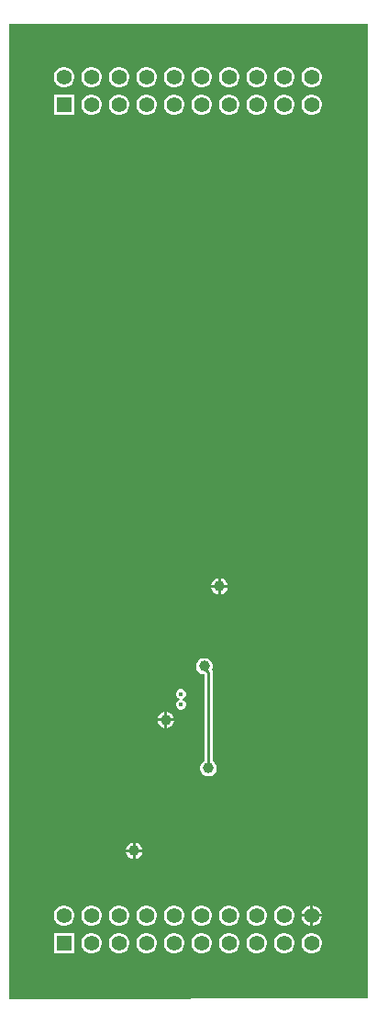
<source format=gbr>
%TF.GenerationSoftware,Altium Limited,Altium Designer,23.4.1 (23)*%
G04 Layer_Physical_Order=2*
G04 Layer_Color=16711680*
%FSLAX45Y45*%
%MOMM*%
%TF.SameCoordinates,B91EE142-B30E-402A-A340-A1283DCE037E*%
%TF.FilePolarity,Positive*%
%TF.FileFunction,Copper,L2,Bot,Signal*%
%TF.Part,Single*%
G01*
G75*
%TA.AperFunction,Conductor*%
%ADD15C,0.25400*%
%TA.AperFunction,ComponentPad*%
%ADD16C,1.39000*%
%ADD17R,1.39000X1.39000*%
%ADD18C,0.40000*%
%TA.AperFunction,TestPad*%
%ADD19C,1.00000*%
G36*
X3314700Y0D02*
X8998Y-12665D01*
X0Y-3702D01*
Y8978900D01*
X3314700D01*
Y0D01*
D02*
G37*
%LPC*%
G36*
X2806494Y8586900D02*
X2781506D01*
X2757370Y8580433D01*
X2735730Y8567939D01*
X2718061Y8550270D01*
X2705567Y8528630D01*
X2699100Y8504494D01*
Y8479506D01*
X2705567Y8455370D01*
X2718061Y8433730D01*
X2735730Y8416061D01*
X2757370Y8403567D01*
X2781506Y8397100D01*
X2806494D01*
X2830630Y8403567D01*
X2852270Y8416061D01*
X2869939Y8433730D01*
X2882433Y8455370D01*
X2888900Y8479506D01*
Y8504494D01*
X2882433Y8528630D01*
X2869939Y8550270D01*
X2852270Y8567939D01*
X2830630Y8580433D01*
X2806494Y8586900D01*
D02*
G37*
G36*
X2552494D02*
X2527506D01*
X2503370Y8580433D01*
X2481730Y8567939D01*
X2464061Y8550270D01*
X2451567Y8528630D01*
X2445100Y8504494D01*
Y8479506D01*
X2451567Y8455370D01*
X2464061Y8433730D01*
X2481730Y8416061D01*
X2503370Y8403567D01*
X2527506Y8397100D01*
X2552494D01*
X2576630Y8403567D01*
X2598270Y8416061D01*
X2615939Y8433730D01*
X2628433Y8455370D01*
X2634900Y8479506D01*
Y8504494D01*
X2628433Y8528630D01*
X2615939Y8550270D01*
X2598270Y8567939D01*
X2576630Y8580433D01*
X2552494Y8586900D01*
D02*
G37*
G36*
X2298494D02*
X2273506D01*
X2249370Y8580433D01*
X2227730Y8567939D01*
X2210061Y8550270D01*
X2197567Y8528630D01*
X2191100Y8504494D01*
Y8479506D01*
X2197567Y8455370D01*
X2210061Y8433730D01*
X2227730Y8416061D01*
X2249370Y8403567D01*
X2273506Y8397100D01*
X2298494D01*
X2322630Y8403567D01*
X2344270Y8416061D01*
X2361939Y8433730D01*
X2374433Y8455370D01*
X2380900Y8479506D01*
Y8504494D01*
X2374433Y8528630D01*
X2361939Y8550270D01*
X2344270Y8567939D01*
X2322630Y8580433D01*
X2298494Y8586900D01*
D02*
G37*
G36*
X2044494D02*
X2019506D01*
X1995370Y8580433D01*
X1973730Y8567939D01*
X1956061Y8550270D01*
X1943567Y8528630D01*
X1937100Y8504494D01*
Y8479506D01*
X1943567Y8455370D01*
X1956061Y8433730D01*
X1973730Y8416061D01*
X1995370Y8403567D01*
X2019506Y8397100D01*
X2044494D01*
X2068630Y8403567D01*
X2090270Y8416061D01*
X2107939Y8433730D01*
X2120433Y8455370D01*
X2126900Y8479506D01*
Y8504494D01*
X2120433Y8528630D01*
X2107939Y8550270D01*
X2090270Y8567939D01*
X2068630Y8580433D01*
X2044494Y8586900D01*
D02*
G37*
G36*
X1790494D02*
X1765506D01*
X1741370Y8580433D01*
X1719730Y8567939D01*
X1702061Y8550270D01*
X1689567Y8528630D01*
X1683100Y8504494D01*
Y8479506D01*
X1689567Y8455370D01*
X1702061Y8433730D01*
X1719730Y8416061D01*
X1741370Y8403567D01*
X1765506Y8397100D01*
X1790494D01*
X1814630Y8403567D01*
X1836270Y8416061D01*
X1853939Y8433730D01*
X1866433Y8455370D01*
X1872900Y8479506D01*
Y8504494D01*
X1866433Y8528630D01*
X1853939Y8550270D01*
X1836270Y8567939D01*
X1814630Y8580433D01*
X1790494Y8586900D01*
D02*
G37*
G36*
X1536494D02*
X1511506D01*
X1487370Y8580433D01*
X1465730Y8567939D01*
X1448061Y8550270D01*
X1435567Y8528630D01*
X1429100Y8504494D01*
Y8479506D01*
X1435567Y8455370D01*
X1448061Y8433730D01*
X1465730Y8416061D01*
X1487370Y8403567D01*
X1511506Y8397100D01*
X1536494D01*
X1560630Y8403567D01*
X1582270Y8416061D01*
X1599939Y8433730D01*
X1612433Y8455370D01*
X1618900Y8479506D01*
Y8504494D01*
X1612433Y8528630D01*
X1599939Y8550270D01*
X1582270Y8567939D01*
X1560630Y8580433D01*
X1536494Y8586900D01*
D02*
G37*
G36*
X1282494D02*
X1257506D01*
X1233370Y8580433D01*
X1211730Y8567939D01*
X1194061Y8550270D01*
X1181567Y8528630D01*
X1175100Y8504494D01*
Y8479506D01*
X1181567Y8455370D01*
X1194061Y8433730D01*
X1211730Y8416061D01*
X1233370Y8403567D01*
X1257506Y8397100D01*
X1282494D01*
X1306630Y8403567D01*
X1328270Y8416061D01*
X1345939Y8433730D01*
X1358433Y8455370D01*
X1364900Y8479506D01*
Y8504494D01*
X1358433Y8528630D01*
X1345939Y8550270D01*
X1328270Y8567939D01*
X1306630Y8580433D01*
X1282494Y8586900D01*
D02*
G37*
G36*
X1028494D02*
X1003506D01*
X979370Y8580433D01*
X957730Y8567939D01*
X940061Y8550270D01*
X927567Y8528630D01*
X921100Y8504494D01*
Y8479506D01*
X927567Y8455370D01*
X940061Y8433730D01*
X957730Y8416061D01*
X979370Y8403567D01*
X1003506Y8397100D01*
X1028494D01*
X1052630Y8403567D01*
X1074270Y8416061D01*
X1091939Y8433730D01*
X1104433Y8455370D01*
X1110900Y8479506D01*
Y8504494D01*
X1104433Y8528630D01*
X1091939Y8550270D01*
X1074270Y8567939D01*
X1052630Y8580433D01*
X1028494Y8586900D01*
D02*
G37*
G36*
X774494D02*
X749506D01*
X725370Y8580433D01*
X703730Y8567939D01*
X686061Y8550270D01*
X673567Y8528630D01*
X667100Y8504494D01*
Y8479506D01*
X673567Y8455370D01*
X686061Y8433730D01*
X703730Y8416061D01*
X725370Y8403567D01*
X749506Y8397100D01*
X774494D01*
X798630Y8403567D01*
X820270Y8416061D01*
X837939Y8433730D01*
X850433Y8455370D01*
X856900Y8479506D01*
Y8504494D01*
X850433Y8528630D01*
X837939Y8550270D01*
X820270Y8567939D01*
X798630Y8580433D01*
X774494Y8586900D01*
D02*
G37*
G36*
X520494D02*
X495506D01*
X471370Y8580433D01*
X449730Y8567939D01*
X432061Y8550270D01*
X419567Y8528630D01*
X413100Y8504494D01*
Y8479506D01*
X419567Y8455370D01*
X432061Y8433730D01*
X449730Y8416061D01*
X471370Y8403567D01*
X495506Y8397100D01*
X520494D01*
X544630Y8403567D01*
X566270Y8416061D01*
X583939Y8433730D01*
X596433Y8455370D01*
X602900Y8479506D01*
Y8504494D01*
X596433Y8528630D01*
X583939Y8550270D01*
X566270Y8567939D01*
X544630Y8580433D01*
X520494Y8586900D01*
D02*
G37*
G36*
X2806494Y8332900D02*
X2781506D01*
X2757370Y8326433D01*
X2735730Y8313939D01*
X2718061Y8296270D01*
X2705567Y8274630D01*
X2699100Y8250494D01*
Y8225506D01*
X2705567Y8201370D01*
X2718061Y8179730D01*
X2735730Y8162061D01*
X2757370Y8149567D01*
X2781506Y8143100D01*
X2806494D01*
X2830630Y8149567D01*
X2852270Y8162061D01*
X2869939Y8179730D01*
X2882433Y8201370D01*
X2888900Y8225506D01*
Y8250494D01*
X2882433Y8274630D01*
X2869939Y8296270D01*
X2852270Y8313939D01*
X2830630Y8326433D01*
X2806494Y8332900D01*
D02*
G37*
G36*
X2552494D02*
X2527506D01*
X2503370Y8326433D01*
X2481730Y8313939D01*
X2464061Y8296270D01*
X2451567Y8274630D01*
X2445100Y8250494D01*
Y8225506D01*
X2451567Y8201370D01*
X2464061Y8179730D01*
X2481730Y8162061D01*
X2503370Y8149567D01*
X2527506Y8143100D01*
X2552494D01*
X2576630Y8149567D01*
X2598270Y8162061D01*
X2615939Y8179730D01*
X2628433Y8201370D01*
X2634900Y8225506D01*
Y8250494D01*
X2628433Y8274630D01*
X2615939Y8296270D01*
X2598270Y8313939D01*
X2576630Y8326433D01*
X2552494Y8332900D01*
D02*
G37*
G36*
X2298494D02*
X2273506D01*
X2249370Y8326433D01*
X2227730Y8313939D01*
X2210061Y8296270D01*
X2197567Y8274630D01*
X2191100Y8250494D01*
Y8225506D01*
X2197567Y8201370D01*
X2210061Y8179730D01*
X2227730Y8162061D01*
X2249370Y8149567D01*
X2273506Y8143100D01*
X2298494D01*
X2322630Y8149567D01*
X2344270Y8162061D01*
X2361939Y8179730D01*
X2374433Y8201370D01*
X2380900Y8225506D01*
Y8250494D01*
X2374433Y8274630D01*
X2361939Y8296270D01*
X2344270Y8313939D01*
X2322630Y8326433D01*
X2298494Y8332900D01*
D02*
G37*
G36*
X2044494D02*
X2019506D01*
X1995370Y8326433D01*
X1973730Y8313939D01*
X1956061Y8296270D01*
X1943567Y8274630D01*
X1937100Y8250494D01*
Y8225506D01*
X1943567Y8201370D01*
X1956061Y8179730D01*
X1973730Y8162061D01*
X1995370Y8149567D01*
X2019506Y8143100D01*
X2044494D01*
X2068630Y8149567D01*
X2090270Y8162061D01*
X2107939Y8179730D01*
X2120433Y8201370D01*
X2126900Y8225506D01*
Y8250494D01*
X2120433Y8274630D01*
X2107939Y8296270D01*
X2090270Y8313939D01*
X2068630Y8326433D01*
X2044494Y8332900D01*
D02*
G37*
G36*
X1790494D02*
X1765506D01*
X1741370Y8326433D01*
X1719730Y8313939D01*
X1702061Y8296270D01*
X1689567Y8274630D01*
X1683100Y8250494D01*
Y8225506D01*
X1689567Y8201370D01*
X1702061Y8179730D01*
X1719730Y8162061D01*
X1741370Y8149567D01*
X1765506Y8143100D01*
X1790494D01*
X1814630Y8149567D01*
X1836270Y8162061D01*
X1853939Y8179730D01*
X1866433Y8201370D01*
X1872900Y8225506D01*
Y8250494D01*
X1866433Y8274630D01*
X1853939Y8296270D01*
X1836270Y8313939D01*
X1814630Y8326433D01*
X1790494Y8332900D01*
D02*
G37*
G36*
X1536494D02*
X1511506D01*
X1487370Y8326433D01*
X1465730Y8313939D01*
X1448061Y8296270D01*
X1435567Y8274630D01*
X1429100Y8250494D01*
Y8225506D01*
X1435567Y8201370D01*
X1448061Y8179730D01*
X1465730Y8162061D01*
X1487370Y8149567D01*
X1511506Y8143100D01*
X1536494D01*
X1560630Y8149567D01*
X1582270Y8162061D01*
X1599939Y8179730D01*
X1612433Y8201370D01*
X1618900Y8225506D01*
Y8250494D01*
X1612433Y8274630D01*
X1599939Y8296270D01*
X1582270Y8313939D01*
X1560630Y8326433D01*
X1536494Y8332900D01*
D02*
G37*
G36*
X1282494D02*
X1257506D01*
X1233370Y8326433D01*
X1211730Y8313939D01*
X1194061Y8296270D01*
X1181567Y8274630D01*
X1175100Y8250494D01*
Y8225506D01*
X1181567Y8201370D01*
X1194061Y8179730D01*
X1211730Y8162061D01*
X1233370Y8149567D01*
X1257506Y8143100D01*
X1282494D01*
X1306630Y8149567D01*
X1328270Y8162061D01*
X1345939Y8179730D01*
X1358433Y8201370D01*
X1364900Y8225506D01*
Y8250494D01*
X1358433Y8274630D01*
X1345939Y8296270D01*
X1328270Y8313939D01*
X1306630Y8326433D01*
X1282494Y8332900D01*
D02*
G37*
G36*
X1028494D02*
X1003506D01*
X979370Y8326433D01*
X957730Y8313939D01*
X940061Y8296270D01*
X927567Y8274630D01*
X921100Y8250494D01*
Y8225506D01*
X927567Y8201370D01*
X940061Y8179730D01*
X957730Y8162061D01*
X979370Y8149567D01*
X1003506Y8143100D01*
X1028494D01*
X1052630Y8149567D01*
X1074270Y8162061D01*
X1091939Y8179730D01*
X1104433Y8201370D01*
X1110900Y8225506D01*
Y8250494D01*
X1104433Y8274630D01*
X1091939Y8296270D01*
X1074270Y8313939D01*
X1052630Y8326433D01*
X1028494Y8332900D01*
D02*
G37*
G36*
X774494D02*
X749506D01*
X725370Y8326433D01*
X703730Y8313939D01*
X686061Y8296270D01*
X673567Y8274630D01*
X667100Y8250494D01*
Y8225506D01*
X673567Y8201370D01*
X686061Y8179730D01*
X703730Y8162061D01*
X725370Y8149567D01*
X749506Y8143100D01*
X774494D01*
X798630Y8149567D01*
X820270Y8162061D01*
X837939Y8179730D01*
X850433Y8201370D01*
X856900Y8225506D01*
Y8250494D01*
X850433Y8274630D01*
X837939Y8296270D01*
X820270Y8313939D01*
X798630Y8326433D01*
X774494Y8332900D01*
D02*
G37*
G36*
X602900D02*
X413100D01*
Y8143100D01*
X602900D01*
Y8332900D01*
D02*
G37*
G36*
X1955800Y3871957D02*
Y3810000D01*
X2017757D01*
X2013362Y3826403D01*
X2003435Y3843597D01*
X1989397Y3857635D01*
X1972203Y3867562D01*
X1955800Y3871957D01*
D02*
G37*
G36*
X1930400D02*
X1913997Y3867562D01*
X1896803Y3857635D01*
X1882765Y3843597D01*
X1872838Y3826403D01*
X1868443Y3810000D01*
X1930400D01*
Y3871957D01*
D02*
G37*
G36*
X2017757Y3784600D02*
X1955800D01*
Y3722643D01*
X1972203Y3727038D01*
X1989397Y3736965D01*
X2003435Y3751003D01*
X2013362Y3768197D01*
X2017757Y3784600D01*
D02*
G37*
G36*
X1930400D02*
X1868443D01*
X1872838Y3768197D01*
X1882765Y3751003D01*
X1896803Y3736965D01*
X1913997Y3727038D01*
X1930400Y3722643D01*
Y3784600D01*
D02*
G37*
G36*
X1596531Y2851300D02*
X1578469D01*
X1561783Y2844388D01*
X1549012Y2831617D01*
X1542100Y2814931D01*
Y2796869D01*
X1549012Y2780183D01*
X1561783Y2767412D01*
X1572981Y2762773D01*
Y2749027D01*
X1561783Y2744388D01*
X1549012Y2731617D01*
X1542100Y2714931D01*
Y2696869D01*
X1549012Y2680183D01*
X1561783Y2667412D01*
X1578469Y2660500D01*
X1596531D01*
X1613217Y2667412D01*
X1625988Y2680183D01*
X1632900Y2696869D01*
Y2714931D01*
X1625988Y2731617D01*
X1613217Y2744388D01*
X1602019Y2749027D01*
Y2762773D01*
X1613217Y2767412D01*
X1625988Y2780183D01*
X1632900Y2796869D01*
Y2814931D01*
X1625988Y2831617D01*
X1613217Y2844388D01*
X1596531Y2851300D01*
D02*
G37*
G36*
X1460500Y2640057D02*
Y2578100D01*
X1522457D01*
X1518062Y2594503D01*
X1508135Y2611697D01*
X1494097Y2625735D01*
X1476903Y2635662D01*
X1460500Y2640057D01*
D02*
G37*
G36*
X1435100D02*
X1418697Y2635662D01*
X1401503Y2625735D01*
X1387465Y2611697D01*
X1377538Y2594503D01*
X1373143Y2578100D01*
X1435100D01*
Y2640057D01*
D02*
G37*
G36*
X1522457Y2552700D02*
X1460500D01*
Y2490743D01*
X1476903Y2495138D01*
X1494097Y2505065D01*
X1508135Y2519103D01*
X1518062Y2536297D01*
X1522457Y2552700D01*
D02*
G37*
G36*
X1435100D02*
X1373143D01*
X1377538Y2536297D01*
X1387465Y2519103D01*
X1401503Y2505065D01*
X1418697Y2495138D01*
X1435100Y2490743D01*
Y2552700D01*
D02*
G37*
G36*
X1813327Y3136100D02*
X1793473D01*
X1774297Y3130962D01*
X1757103Y3121035D01*
X1743065Y3106997D01*
X1733138Y3089803D01*
X1728000Y3070627D01*
Y3050773D01*
X1733138Y3031597D01*
X1743065Y3014403D01*
X1757103Y3000365D01*
X1774297Y2990438D01*
X1793473Y2985300D01*
X1802653D01*
Y2185536D01*
X1795203Y2181235D01*
X1781165Y2167197D01*
X1771238Y2150003D01*
X1766100Y2130827D01*
Y2110973D01*
X1771238Y2091797D01*
X1781165Y2074603D01*
X1795203Y2060565D01*
X1812397Y2050638D01*
X1831573Y2045500D01*
X1851427D01*
X1870603Y2050638D01*
X1887797Y2060565D01*
X1901835Y2074603D01*
X1911762Y2091797D01*
X1916900Y2110973D01*
Y2130827D01*
X1911762Y2150003D01*
X1901835Y2167197D01*
X1887797Y2181235D01*
X1880347Y2185536D01*
Y3002413D01*
X1877389Y3017279D01*
X1870955Y3026909D01*
X1873662Y3031597D01*
X1878800Y3050773D01*
Y3070627D01*
X1873662Y3089803D01*
X1863735Y3106997D01*
X1849697Y3121035D01*
X1832503Y3130962D01*
X1813327Y3136100D01*
D02*
G37*
G36*
X1168400Y1433557D02*
Y1371600D01*
X1230357D01*
X1225962Y1388003D01*
X1216035Y1405197D01*
X1201997Y1419235D01*
X1184803Y1429162D01*
X1168400Y1433557D01*
D02*
G37*
G36*
X1143000D02*
X1126597Y1429162D01*
X1109403Y1419235D01*
X1095365Y1405197D01*
X1085438Y1388003D01*
X1081043Y1371600D01*
X1143000D01*
Y1433557D01*
D02*
G37*
G36*
X1230357Y1346200D02*
X1168400D01*
Y1284243D01*
X1184803Y1288638D01*
X1201997Y1298565D01*
X1216035Y1312603D01*
X1225962Y1329797D01*
X1230357Y1346200D01*
D02*
G37*
G36*
X1143000D02*
X1081043D01*
X1085438Y1329797D01*
X1095365Y1312603D01*
X1109403Y1298565D01*
X1126597Y1288638D01*
X1143000Y1284243D01*
Y1346200D01*
D02*
G37*
G36*
X2806700Y856845D02*
Y774700D01*
X2888845D01*
X2882433Y798630D01*
X2869939Y820270D01*
X2852270Y837939D01*
X2830630Y850433D01*
X2806700Y856845D01*
D02*
G37*
G36*
X2781300D02*
X2757370Y850433D01*
X2735730Y837939D01*
X2718061Y820270D01*
X2705567Y798630D01*
X2699155Y774700D01*
X2781300D01*
Y856845D01*
D02*
G37*
G36*
X2888845Y749300D02*
X2806700D01*
Y667155D01*
X2830630Y673567D01*
X2852270Y686061D01*
X2869939Y703730D01*
X2882433Y725370D01*
X2888845Y749300D01*
D02*
G37*
G36*
X2781300D02*
X2699155D01*
X2705567Y725370D01*
X2718061Y703730D01*
X2735730Y686061D01*
X2757370Y673567D01*
X2781300Y667155D01*
Y749300D01*
D02*
G37*
G36*
X2552494Y856900D02*
X2527506D01*
X2503370Y850433D01*
X2481730Y837939D01*
X2464061Y820270D01*
X2451567Y798630D01*
X2445100Y774494D01*
Y749506D01*
X2451567Y725370D01*
X2464061Y703730D01*
X2481730Y686061D01*
X2503370Y673567D01*
X2527506Y667100D01*
X2552494D01*
X2576630Y673567D01*
X2598270Y686061D01*
X2615939Y703730D01*
X2628433Y725370D01*
X2634900Y749506D01*
Y774494D01*
X2628433Y798630D01*
X2615939Y820270D01*
X2598270Y837939D01*
X2576630Y850433D01*
X2552494Y856900D01*
D02*
G37*
G36*
X2298494D02*
X2273506D01*
X2249370Y850433D01*
X2227730Y837939D01*
X2210061Y820270D01*
X2197567Y798630D01*
X2191100Y774494D01*
Y749506D01*
X2197567Y725370D01*
X2210061Y703730D01*
X2227730Y686061D01*
X2249370Y673567D01*
X2273506Y667100D01*
X2298494D01*
X2322630Y673567D01*
X2344270Y686061D01*
X2361939Y703730D01*
X2374433Y725370D01*
X2380900Y749506D01*
Y774494D01*
X2374433Y798630D01*
X2361939Y820270D01*
X2344270Y837939D01*
X2322630Y850433D01*
X2298494Y856900D01*
D02*
G37*
G36*
X2044494D02*
X2019506D01*
X1995370Y850433D01*
X1973730Y837939D01*
X1956061Y820270D01*
X1943567Y798630D01*
X1937100Y774494D01*
Y749506D01*
X1943567Y725370D01*
X1956061Y703730D01*
X1973730Y686061D01*
X1995370Y673567D01*
X2019506Y667100D01*
X2044494D01*
X2068630Y673567D01*
X2090270Y686061D01*
X2107939Y703730D01*
X2120433Y725370D01*
X2126900Y749506D01*
Y774494D01*
X2120433Y798630D01*
X2107939Y820270D01*
X2090270Y837939D01*
X2068630Y850433D01*
X2044494Y856900D01*
D02*
G37*
G36*
X1790494D02*
X1765506D01*
X1741370Y850433D01*
X1719730Y837939D01*
X1702061Y820270D01*
X1689567Y798630D01*
X1683100Y774494D01*
Y749506D01*
X1689567Y725370D01*
X1702061Y703730D01*
X1719730Y686061D01*
X1741370Y673567D01*
X1765506Y667100D01*
X1790494D01*
X1814630Y673567D01*
X1836270Y686061D01*
X1853939Y703730D01*
X1866433Y725370D01*
X1872900Y749506D01*
Y774494D01*
X1866433Y798630D01*
X1853939Y820270D01*
X1836270Y837939D01*
X1814630Y850433D01*
X1790494Y856900D01*
D02*
G37*
G36*
X1536494D02*
X1511506D01*
X1487370Y850433D01*
X1465730Y837939D01*
X1448061Y820270D01*
X1435567Y798630D01*
X1429100Y774494D01*
Y749506D01*
X1435567Y725370D01*
X1448061Y703730D01*
X1465730Y686061D01*
X1487370Y673567D01*
X1511506Y667100D01*
X1536494D01*
X1560630Y673567D01*
X1582270Y686061D01*
X1599939Y703730D01*
X1612433Y725370D01*
X1618900Y749506D01*
Y774494D01*
X1612433Y798630D01*
X1599939Y820270D01*
X1582270Y837939D01*
X1560630Y850433D01*
X1536494Y856900D01*
D02*
G37*
G36*
X1282494D02*
X1257506D01*
X1233370Y850433D01*
X1211730Y837939D01*
X1194061Y820270D01*
X1181567Y798630D01*
X1175100Y774494D01*
Y749506D01*
X1181567Y725370D01*
X1194061Y703730D01*
X1211730Y686061D01*
X1233370Y673567D01*
X1257506Y667100D01*
X1282494D01*
X1306630Y673567D01*
X1328270Y686061D01*
X1345939Y703730D01*
X1358433Y725370D01*
X1364900Y749506D01*
Y774494D01*
X1358433Y798630D01*
X1345939Y820270D01*
X1328270Y837939D01*
X1306630Y850433D01*
X1282494Y856900D01*
D02*
G37*
G36*
X1028494D02*
X1003506D01*
X979370Y850433D01*
X957730Y837939D01*
X940061Y820270D01*
X927567Y798630D01*
X921100Y774494D01*
Y749506D01*
X927567Y725370D01*
X940061Y703730D01*
X957730Y686061D01*
X979370Y673567D01*
X1003506Y667100D01*
X1028494D01*
X1052630Y673567D01*
X1074270Y686061D01*
X1091939Y703730D01*
X1104433Y725370D01*
X1110900Y749506D01*
Y774494D01*
X1104433Y798630D01*
X1091939Y820270D01*
X1074270Y837939D01*
X1052630Y850433D01*
X1028494Y856900D01*
D02*
G37*
G36*
X774494D02*
X749506D01*
X725370Y850433D01*
X703730Y837939D01*
X686061Y820270D01*
X673567Y798630D01*
X667100Y774494D01*
Y749506D01*
X673567Y725370D01*
X686061Y703730D01*
X703730Y686061D01*
X725370Y673567D01*
X749506Y667100D01*
X774494D01*
X798630Y673567D01*
X820270Y686061D01*
X837939Y703730D01*
X850433Y725370D01*
X856900Y749506D01*
Y774494D01*
X850433Y798630D01*
X837939Y820270D01*
X820270Y837939D01*
X798630Y850433D01*
X774494Y856900D01*
D02*
G37*
G36*
X520494D02*
X495506D01*
X471370Y850433D01*
X449730Y837939D01*
X432061Y820270D01*
X419567Y798630D01*
X413100Y774494D01*
Y749506D01*
X419567Y725370D01*
X432061Y703730D01*
X449730Y686061D01*
X471370Y673567D01*
X495506Y667100D01*
X520494D01*
X544630Y673567D01*
X566270Y686061D01*
X583939Y703730D01*
X596433Y725370D01*
X602900Y749506D01*
Y774494D01*
X596433Y798630D01*
X583939Y820270D01*
X566270Y837939D01*
X544630Y850433D01*
X520494Y856900D01*
D02*
G37*
G36*
X2806494Y602900D02*
X2781506D01*
X2757370Y596433D01*
X2735730Y583939D01*
X2718061Y566270D01*
X2705567Y544630D01*
X2699100Y520494D01*
Y495506D01*
X2705567Y471370D01*
X2718061Y449730D01*
X2735730Y432061D01*
X2757370Y419567D01*
X2781506Y413100D01*
X2806494D01*
X2830630Y419567D01*
X2852270Y432061D01*
X2869939Y449730D01*
X2882433Y471370D01*
X2888900Y495506D01*
Y520494D01*
X2882433Y544630D01*
X2869939Y566270D01*
X2852270Y583939D01*
X2830630Y596433D01*
X2806494Y602900D01*
D02*
G37*
G36*
X2552494D02*
X2527506D01*
X2503370Y596433D01*
X2481730Y583939D01*
X2464061Y566270D01*
X2451567Y544630D01*
X2445100Y520494D01*
Y495506D01*
X2451567Y471370D01*
X2464061Y449730D01*
X2481730Y432061D01*
X2503370Y419567D01*
X2527506Y413100D01*
X2552494D01*
X2576630Y419567D01*
X2598270Y432061D01*
X2615939Y449730D01*
X2628433Y471370D01*
X2634900Y495506D01*
Y520494D01*
X2628433Y544630D01*
X2615939Y566270D01*
X2598270Y583939D01*
X2576630Y596433D01*
X2552494Y602900D01*
D02*
G37*
G36*
X2298494D02*
X2273506D01*
X2249370Y596433D01*
X2227730Y583939D01*
X2210061Y566270D01*
X2197567Y544630D01*
X2191100Y520494D01*
Y495506D01*
X2197567Y471370D01*
X2210061Y449730D01*
X2227730Y432061D01*
X2249370Y419567D01*
X2273506Y413100D01*
X2298494D01*
X2322630Y419567D01*
X2344270Y432061D01*
X2361939Y449730D01*
X2374433Y471370D01*
X2380900Y495506D01*
Y520494D01*
X2374433Y544630D01*
X2361939Y566270D01*
X2344270Y583939D01*
X2322630Y596433D01*
X2298494Y602900D01*
D02*
G37*
G36*
X2044494D02*
X2019506D01*
X1995370Y596433D01*
X1973730Y583939D01*
X1956061Y566270D01*
X1943567Y544630D01*
X1937100Y520494D01*
Y495506D01*
X1943567Y471370D01*
X1956061Y449730D01*
X1973730Y432061D01*
X1995370Y419567D01*
X2019506Y413100D01*
X2044494D01*
X2068630Y419567D01*
X2090270Y432061D01*
X2107939Y449730D01*
X2120433Y471370D01*
X2126900Y495506D01*
Y520494D01*
X2120433Y544630D01*
X2107939Y566270D01*
X2090270Y583939D01*
X2068630Y596433D01*
X2044494Y602900D01*
D02*
G37*
G36*
X1790494D02*
X1765506D01*
X1741370Y596433D01*
X1719730Y583939D01*
X1702061Y566270D01*
X1689567Y544630D01*
X1683100Y520494D01*
Y495506D01*
X1689567Y471370D01*
X1702061Y449730D01*
X1719730Y432061D01*
X1741370Y419567D01*
X1765506Y413100D01*
X1790494D01*
X1814630Y419567D01*
X1836270Y432061D01*
X1853939Y449730D01*
X1866433Y471370D01*
X1872900Y495506D01*
Y520494D01*
X1866433Y544630D01*
X1853939Y566270D01*
X1836270Y583939D01*
X1814630Y596433D01*
X1790494Y602900D01*
D02*
G37*
G36*
X1536494D02*
X1511506D01*
X1487370Y596433D01*
X1465730Y583939D01*
X1448061Y566270D01*
X1435567Y544630D01*
X1429100Y520494D01*
Y495506D01*
X1435567Y471370D01*
X1448061Y449730D01*
X1465730Y432061D01*
X1487370Y419567D01*
X1511506Y413100D01*
X1536494D01*
X1560630Y419567D01*
X1582270Y432061D01*
X1599939Y449730D01*
X1612433Y471370D01*
X1618900Y495506D01*
Y520494D01*
X1612433Y544630D01*
X1599939Y566270D01*
X1582270Y583939D01*
X1560630Y596433D01*
X1536494Y602900D01*
D02*
G37*
G36*
X1282494D02*
X1257506D01*
X1233370Y596433D01*
X1211730Y583939D01*
X1194061Y566270D01*
X1181567Y544630D01*
X1175100Y520494D01*
Y495506D01*
X1181567Y471370D01*
X1194061Y449730D01*
X1211730Y432061D01*
X1233370Y419567D01*
X1257506Y413100D01*
X1282494D01*
X1306630Y419567D01*
X1328270Y432061D01*
X1345939Y449730D01*
X1358433Y471370D01*
X1364900Y495506D01*
Y520494D01*
X1358433Y544630D01*
X1345939Y566270D01*
X1328270Y583939D01*
X1306630Y596433D01*
X1282494Y602900D01*
D02*
G37*
G36*
X1028494D02*
X1003506D01*
X979370Y596433D01*
X957730Y583939D01*
X940061Y566270D01*
X927567Y544630D01*
X921100Y520494D01*
Y495506D01*
X927567Y471370D01*
X940061Y449730D01*
X957730Y432061D01*
X979370Y419567D01*
X1003506Y413100D01*
X1028494D01*
X1052630Y419567D01*
X1074270Y432061D01*
X1091939Y449730D01*
X1104433Y471370D01*
X1110900Y495506D01*
Y520494D01*
X1104433Y544630D01*
X1091939Y566270D01*
X1074270Y583939D01*
X1052630Y596433D01*
X1028494Y602900D01*
D02*
G37*
G36*
X774494D02*
X749506D01*
X725370Y596433D01*
X703730Y583939D01*
X686061Y566270D01*
X673567Y544630D01*
X667100Y520494D01*
Y495506D01*
X673567Y471370D01*
X686061Y449730D01*
X703730Y432061D01*
X725370Y419567D01*
X749506Y413100D01*
X774494D01*
X798630Y419567D01*
X820270Y432061D01*
X837939Y449730D01*
X850433Y471370D01*
X856900Y495506D01*
Y520494D01*
X850433Y544630D01*
X837939Y566270D01*
X820270Y583939D01*
X798630Y596433D01*
X774494Y602900D01*
D02*
G37*
G36*
X602900D02*
X413100D01*
Y413100D01*
X602900D01*
Y602900D01*
D02*
G37*
%LPD*%
D15*
X1803400Y3040513D02*
Y3060700D01*
Y3040513D02*
X1841500Y3002413D01*
Y2120900D02*
Y3002413D01*
D16*
X2794000Y8492000D02*
D03*
Y8238000D02*
D03*
X2540000Y8492000D02*
D03*
Y8238000D02*
D03*
X2286000Y8492000D02*
D03*
Y8238000D02*
D03*
X2032000Y8492000D02*
D03*
Y8238000D02*
D03*
X1778000Y8492000D02*
D03*
Y8238000D02*
D03*
X1524000Y8492000D02*
D03*
Y8238000D02*
D03*
X1270000Y8492000D02*
D03*
Y8238000D02*
D03*
X1016000Y8492000D02*
D03*
Y8238000D02*
D03*
X762000Y8492000D02*
D03*
Y8238000D02*
D03*
X508000Y8492000D02*
D03*
X2794000Y762000D02*
D03*
Y508000D02*
D03*
X2540000Y762000D02*
D03*
Y508000D02*
D03*
X2286000Y762000D02*
D03*
Y508000D02*
D03*
X2032000Y762000D02*
D03*
Y508000D02*
D03*
X1778000Y762000D02*
D03*
Y508000D02*
D03*
X1524000Y762000D02*
D03*
Y508000D02*
D03*
X1270000Y762000D02*
D03*
Y508000D02*
D03*
X1016000Y762000D02*
D03*
Y508000D02*
D03*
X762000Y762000D02*
D03*
Y508000D02*
D03*
X508000Y762000D02*
D03*
D17*
Y8238000D02*
D03*
Y508000D02*
D03*
D18*
X1587500Y2705900D02*
D03*
Y2805900D02*
D03*
D19*
X1841500Y2120900D02*
D03*
X1803400Y3060700D02*
D03*
X1943100Y3797300D02*
D03*
X1447800Y2565400D02*
D03*
X1155700Y1358900D02*
D03*
%TF.MD5,4595be5f3330f28e8a95baf3652fa660*%
M02*

</source>
